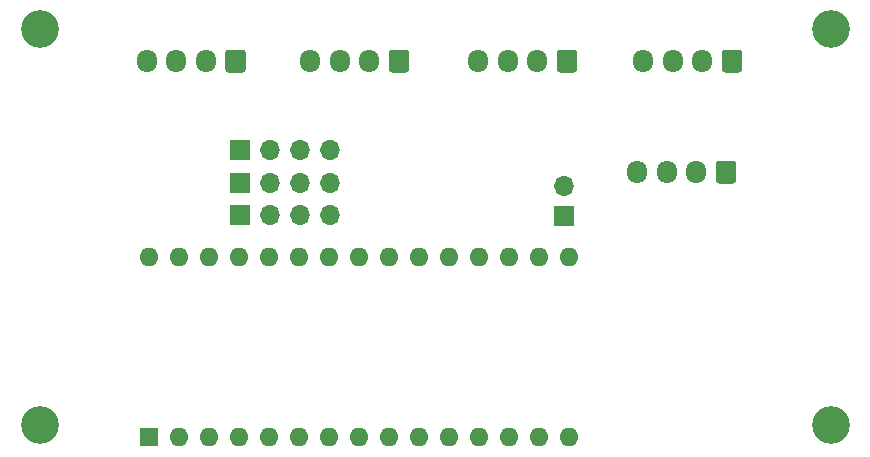
<source format=gbr>
%TF.GenerationSoftware,KiCad,Pcbnew,(5.1.9)-1*%
%TF.CreationDate,2021-08-01T22:25:33+09:30*%
%TF.ProjectId,tyre_temp_sense,74797265-5f74-4656-9d70-5f73656e7365,rev?*%
%TF.SameCoordinates,Original*%
%TF.FileFunction,Soldermask,Bot*%
%TF.FilePolarity,Negative*%
%FSLAX46Y46*%
G04 Gerber Fmt 4.6, Leading zero omitted, Abs format (unit mm)*
G04 Created by KiCad (PCBNEW (5.1.9)-1) date 2021-08-01 22:25:33*
%MOMM*%
%LPD*%
G01*
G04 APERTURE LIST*
%ADD10O,1.700000X1.700000*%
%ADD11R,1.700000X1.700000*%
%ADD12C,3.200000*%
%ADD13O,1.700000X1.950000*%
%ADD14O,1.600000X1.600000*%
%ADD15R,1.600000X1.600000*%
G04 APERTURE END LIST*
D10*
%TO.C,J8*%
X84620000Y-67750000D03*
X82080000Y-67750000D03*
X79540000Y-67750000D03*
D11*
X77000000Y-67750000D03*
%TD*%
D10*
%TO.C,J9*%
X84620000Y-73250000D03*
X82080000Y-73250000D03*
X79540000Y-73250000D03*
D11*
X77000000Y-73250000D03*
%TD*%
D10*
%TO.C,J7*%
X84620000Y-70500000D03*
X82080000Y-70500000D03*
X79540000Y-70500000D03*
D11*
X77000000Y-70500000D03*
%TD*%
D10*
%TO.C,J6*%
X104394000Y-70739000D03*
D11*
X104394000Y-73279000D03*
%TD*%
D12*
%TO.C,REF\u002A\u002A*%
X127000000Y-57500000D03*
%TD*%
%TO.C,REF\u002A\u002A*%
X60000000Y-57500000D03*
%TD*%
%TO.C,REF\u002A\u002A*%
X60000000Y-91000000D03*
%TD*%
%TO.C,REF\u002A\u002A*%
X127000000Y-91000000D03*
%TD*%
D13*
%TO.C,J5*%
X69081000Y-60198000D03*
X71581000Y-60198000D03*
X74081000Y-60198000D03*
G36*
G01*
X77431000Y-59473000D02*
X77431000Y-60923000D01*
G75*
G02*
X77181000Y-61173000I-250000J0D01*
G01*
X75981000Y-61173000D01*
G75*
G02*
X75731000Y-60923000I0J250000D01*
G01*
X75731000Y-59473000D01*
G75*
G02*
X75981000Y-59223000I250000J0D01*
G01*
X77181000Y-59223000D01*
G75*
G02*
X77431000Y-59473000I0J-250000D01*
G01*
G37*
%TD*%
%TO.C,J4*%
X82924000Y-60198000D03*
X85424000Y-60198000D03*
X87924000Y-60198000D03*
G36*
G01*
X91274000Y-59473000D02*
X91274000Y-60923000D01*
G75*
G02*
X91024000Y-61173000I-250000J0D01*
G01*
X89824000Y-61173000D01*
G75*
G02*
X89574000Y-60923000I0J250000D01*
G01*
X89574000Y-59473000D01*
G75*
G02*
X89824000Y-59223000I250000J0D01*
G01*
X91024000Y-59223000D01*
G75*
G02*
X91274000Y-59473000I0J-250000D01*
G01*
G37*
%TD*%
%TO.C,J3*%
X97148000Y-60200000D03*
X99648000Y-60200000D03*
X102148000Y-60200000D03*
G36*
G01*
X105498000Y-59475000D02*
X105498000Y-60925000D01*
G75*
G02*
X105248000Y-61175000I-250000J0D01*
G01*
X104048000Y-61175000D01*
G75*
G02*
X103798000Y-60925000I0J250000D01*
G01*
X103798000Y-59475000D01*
G75*
G02*
X104048000Y-59225000I250000J0D01*
G01*
X105248000Y-59225000D01*
G75*
G02*
X105498000Y-59475000I0J-250000D01*
G01*
G37*
%TD*%
%TO.C,J2*%
G36*
G01*
X119468000Y-59475000D02*
X119468000Y-60925000D01*
G75*
G02*
X119218000Y-61175000I-250000J0D01*
G01*
X118018000Y-61175000D01*
G75*
G02*
X117768000Y-60925000I0J250000D01*
G01*
X117768000Y-59475000D01*
G75*
G02*
X118018000Y-59225000I250000J0D01*
G01*
X119218000Y-59225000D01*
G75*
G02*
X119468000Y-59475000I0J-250000D01*
G01*
G37*
X116118000Y-60200000D03*
X113618000Y-60200000D03*
X111118000Y-60200000D03*
%TD*%
%TO.C,J1*%
X110610000Y-69596000D03*
X113110000Y-69596000D03*
X115610000Y-69596000D03*
G36*
G01*
X118960000Y-68871000D02*
X118960000Y-70321000D01*
G75*
G02*
X118710000Y-70571000I-250000J0D01*
G01*
X117510000Y-70571000D01*
G75*
G02*
X117260000Y-70321000I0J250000D01*
G01*
X117260000Y-68871000D01*
G75*
G02*
X117510000Y-68621000I250000J0D01*
G01*
X118710000Y-68621000D01*
G75*
G02*
X118960000Y-68871000I0J-250000D01*
G01*
G37*
%TD*%
D14*
%TO.C,A1*%
X104780000Y-76760000D03*
X104780000Y-92000000D03*
X69220000Y-76760000D03*
X102240000Y-92000000D03*
X71760000Y-76760000D03*
X99700000Y-92000000D03*
X74300000Y-76760000D03*
X97160000Y-92000000D03*
X76840000Y-76760000D03*
X94620000Y-92000000D03*
X79380000Y-76760000D03*
X92080000Y-92000000D03*
X81920000Y-76760000D03*
X89540000Y-92000000D03*
X84460000Y-76760000D03*
X87000000Y-92000000D03*
X87000000Y-76760000D03*
X84460000Y-92000000D03*
X89540000Y-76760000D03*
X81920000Y-92000000D03*
X92080000Y-76760000D03*
X79380000Y-92000000D03*
X94620000Y-76760000D03*
X76840000Y-92000000D03*
X97160000Y-76760000D03*
X74300000Y-92000000D03*
X99700000Y-76760000D03*
X71760000Y-92000000D03*
X102240000Y-76760000D03*
D15*
X69220000Y-92000000D03*
%TD*%
M02*

</source>
